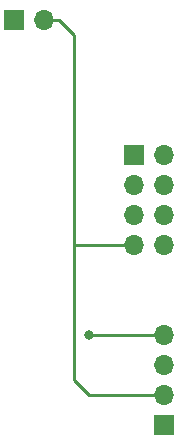
<source format=gbr>
G04 #@! TF.GenerationSoftware,KiCad,Pcbnew,(5.1.4)-1*
G04 #@! TF.CreationDate,2019-09-04T19:32:59+02:00*
G04 #@! TF.ProjectId,Clima-PCB,436c696d-612d-4504-9342-2e6b69636164,rev?*
G04 #@! TF.SameCoordinates,Original*
G04 #@! TF.FileFunction,Copper,L2,Bot*
G04 #@! TF.FilePolarity,Positive*
%FSLAX46Y46*%
G04 Gerber Fmt 4.6, Leading zero omitted, Abs format (unit mm)*
G04 Created by KiCad (PCBNEW (5.1.4)-1) date 2019-09-04 19:32:59*
%MOMM*%
%LPD*%
G04 APERTURE LIST*
%ADD10O,1.700000X1.700000*%
%ADD11R,1.700000X1.700000*%
%ADD12C,0.800000*%
%ADD13C,0.250000*%
G04 APERTURE END LIST*
D10*
X168910000Y-88900000D03*
X168910000Y-91440000D03*
X168910000Y-93980000D03*
D11*
X168910000Y-96520000D03*
D10*
X158750000Y-62230000D03*
D11*
X156210000Y-62230000D03*
X166370000Y-73660000D03*
D10*
X168910000Y-73660000D03*
X166370000Y-76200000D03*
X168910000Y-76200000D03*
X166370000Y-78740000D03*
X168910000Y-78740000D03*
X166370000Y-81280000D03*
X168910000Y-81280000D03*
D12*
X162560000Y-88900000D03*
D13*
X160020000Y-62230000D02*
X158750000Y-62230000D01*
X161290000Y-63500000D02*
X160020000Y-62230000D01*
X161290000Y-88900000D02*
X161290000Y-63500000D01*
X168910000Y-93980000D02*
X162560000Y-93980000D01*
X162560000Y-93980000D02*
X161290000Y-92710000D01*
X166370000Y-81280000D02*
X161290000Y-81280000D01*
X161290000Y-88900000D02*
X161290000Y-92710000D01*
X162560000Y-88900000D02*
X168910000Y-88900000D01*
M02*

</source>
